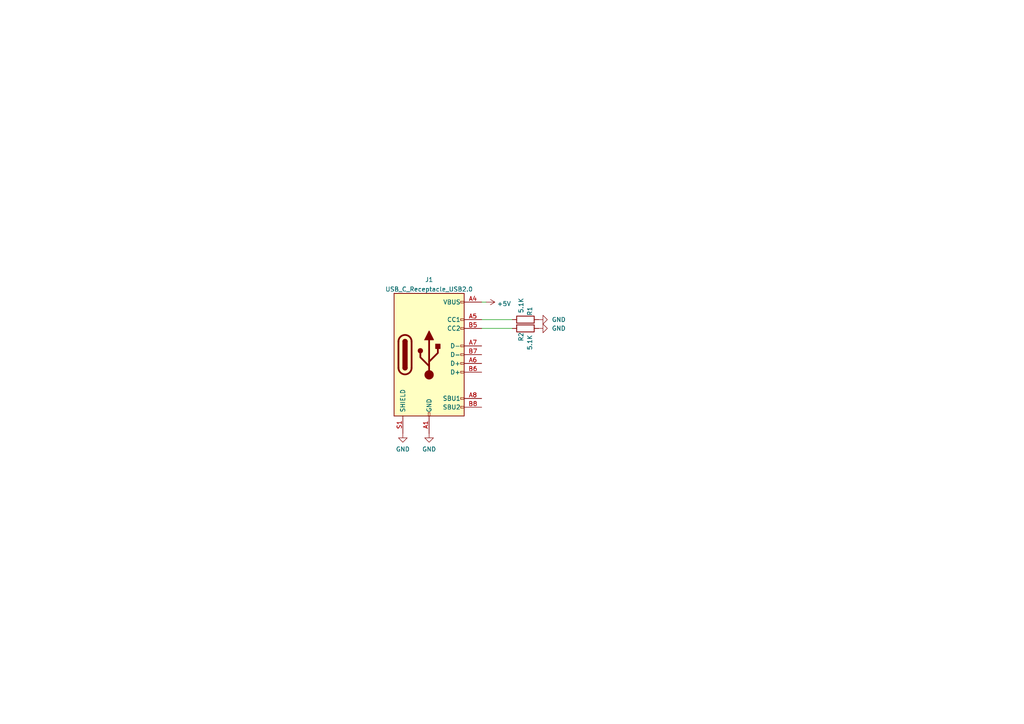
<source format=kicad_sch>
(kicad_sch (version 20230121) (generator eeschema)

  (uuid 96e7b040-272c-4c7c-bd53-25c106267db7)

  (paper "A4")

  (lib_symbols
    (symbol "Connector:USB_C_Receptacle_USB2.0" (pin_names (offset 1.016)) (in_bom yes) (on_board yes)
      (property "Reference" "J" (at -10.16 19.05 0)
        (effects (font (size 1.27 1.27)) (justify left))
      )
      (property "Value" "USB_C_Receptacle_USB2.0" (at 19.05 19.05 0)
        (effects (font (size 1.27 1.27)) (justify right))
      )
      (property "Footprint" "" (at 3.81 0 0)
        (effects (font (size 1.27 1.27)) hide)
      )
      (property "Datasheet" "https://www.usb.org/sites/default/files/documents/usb_type-c.zip" (at 3.81 0 0)
        (effects (font (size 1.27 1.27)) hide)
      )
      (property "ki_keywords" "usb universal serial bus type-C USB2.0" (at 0 0 0)
        (effects (font (size 1.27 1.27)) hide)
      )
      (property "ki_description" "USB 2.0-only Type-C Receptacle connector" (at 0 0 0)
        (effects (font (size 1.27 1.27)) hide)
      )
      (property "ki_fp_filters" "USB*C*Receptacle*" (at 0 0 0)
        (effects (font (size 1.27 1.27)) hide)
      )
      (symbol "USB_C_Receptacle_USB2.0_0_0"
        (rectangle (start -0.254 -17.78) (end 0.254 -16.764)
          (stroke (width 0) (type default))
          (fill (type none))
        )
        (rectangle (start 10.16 -14.986) (end 9.144 -15.494)
          (stroke (width 0) (type default))
          (fill (type none))
        )
        (rectangle (start 10.16 -12.446) (end 9.144 -12.954)
          (stroke (width 0) (type default))
          (fill (type none))
        )
        (rectangle (start 10.16 -4.826) (end 9.144 -5.334)
          (stroke (width 0) (type default))
          (fill (type none))
        )
        (rectangle (start 10.16 -2.286) (end 9.144 -2.794)
          (stroke (width 0) (type default))
          (fill (type none))
        )
        (rectangle (start 10.16 0.254) (end 9.144 -0.254)
          (stroke (width 0) (type default))
          (fill (type none))
        )
        (rectangle (start 10.16 2.794) (end 9.144 2.286)
          (stroke (width 0) (type default))
          (fill (type none))
        )
        (rectangle (start 10.16 7.874) (end 9.144 7.366)
          (stroke (width 0) (type default))
          (fill (type none))
        )
        (rectangle (start 10.16 10.414) (end 9.144 9.906)
          (stroke (width 0) (type default))
          (fill (type none))
        )
        (rectangle (start 10.16 15.494) (end 9.144 14.986)
          (stroke (width 0) (type default))
          (fill (type none))
        )
      )
      (symbol "USB_C_Receptacle_USB2.0_0_1"
        (rectangle (start -10.16 17.78) (end 10.16 -17.78)
          (stroke (width 0.254) (type default))
          (fill (type background))
        )
        (arc (start -8.89 -3.81) (mid -6.985 -5.7067) (end -5.08 -3.81)
          (stroke (width 0.508) (type default))
          (fill (type none))
        )
        (arc (start -7.62 -3.81) (mid -6.985 -4.4423) (end -6.35 -3.81)
          (stroke (width 0.254) (type default))
          (fill (type none))
        )
        (arc (start -7.62 -3.81) (mid -6.985 -4.4423) (end -6.35 -3.81)
          (stroke (width 0.254) (type default))
          (fill (type outline))
        )
        (rectangle (start -7.62 -3.81) (end -6.35 3.81)
          (stroke (width 0.254) (type default))
          (fill (type outline))
        )
        (arc (start -6.35 3.81) (mid -6.985 4.4423) (end -7.62 3.81)
          (stroke (width 0.254) (type default))
          (fill (type none))
        )
        (arc (start -6.35 3.81) (mid -6.985 4.4423) (end -7.62 3.81)
          (stroke (width 0.254) (type default))
          (fill (type outline))
        )
        (arc (start -5.08 3.81) (mid -6.985 5.7067) (end -8.89 3.81)
          (stroke (width 0.508) (type default))
          (fill (type none))
        )
        (circle (center -2.54 1.143) (radius 0.635)
          (stroke (width 0.254) (type default))
          (fill (type outline))
        )
        (circle (center 0 -5.842) (radius 1.27)
          (stroke (width 0) (type default))
          (fill (type outline))
        )
        (polyline
          (pts
            (xy -8.89 -3.81)
            (xy -8.89 3.81)
          )
          (stroke (width 0.508) (type default))
          (fill (type none))
        )
        (polyline
          (pts
            (xy -5.08 3.81)
            (xy -5.08 -3.81)
          )
          (stroke (width 0.508) (type default))
          (fill (type none))
        )
        (polyline
          (pts
            (xy 0 -5.842)
            (xy 0 4.318)
          )
          (stroke (width 0.508) (type default))
          (fill (type none))
        )
        (polyline
          (pts
            (xy 0 -3.302)
            (xy -2.54 -0.762)
            (xy -2.54 0.508)
          )
          (stroke (width 0.508) (type default))
          (fill (type none))
        )
        (polyline
          (pts
            (xy 0 -2.032)
            (xy 2.54 0.508)
            (xy 2.54 1.778)
          )
          (stroke (width 0.508) (type default))
          (fill (type none))
        )
        (polyline
          (pts
            (xy -1.27 4.318)
            (xy 0 6.858)
            (xy 1.27 4.318)
            (xy -1.27 4.318)
          )
          (stroke (width 0.254) (type default))
          (fill (type outline))
        )
        (rectangle (start 1.905 1.778) (end 3.175 3.048)
          (stroke (width 0.254) (type default))
          (fill (type outline))
        )
      )
      (symbol "USB_C_Receptacle_USB2.0_1_1"
        (pin passive line (at 0 -22.86 90) (length 5.08)
          (name "GND" (effects (font (size 1.27 1.27))))
          (number "A1" (effects (font (size 1.27 1.27))))
        )
        (pin passive line (at 0 -22.86 90) (length 5.08) hide
          (name "GND" (effects (font (size 1.27 1.27))))
          (number "A12" (effects (font (size 1.27 1.27))))
        )
        (pin passive line (at 15.24 15.24 180) (length 5.08)
          (name "VBUS" (effects (font (size 1.27 1.27))))
          (number "A4" (effects (font (size 1.27 1.27))))
        )
        (pin bidirectional line (at 15.24 10.16 180) (length 5.08)
          (name "CC1" (effects (font (size 1.27 1.27))))
          (number "A5" (effects (font (size 1.27 1.27))))
        )
        (pin bidirectional line (at 15.24 -2.54 180) (length 5.08)
          (name "D+" (effects (font (size 1.27 1.27))))
          (number "A6" (effects (font (size 1.27 1.27))))
        )
        (pin bidirectional line (at 15.24 2.54 180) (length 5.08)
          (name "D-" (effects (font (size 1.27 1.27))))
          (number "A7" (effects (font (size 1.27 1.27))))
        )
        (pin bidirectional line (at 15.24 -12.7 180) (length 5.08)
          (name "SBU1" (effects (font (size 1.27 1.27))))
          (number "A8" (effects (font (size 1.27 1.27))))
        )
        (pin passive line (at 15.24 15.24 180) (length 5.08) hide
          (name "VBUS" (effects (font (size 1.27 1.27))))
          (number "A9" (effects (font (size 1.27 1.27))))
        )
        (pin passive line (at 0 -22.86 90) (length 5.08) hide
          (name "GND" (effects (font (size 1.27 1.27))))
          (number "B1" (effects (font (size 1.27 1.27))))
        )
        (pin passive line (at 0 -22.86 90) (length 5.08) hide
          (name "GND" (effects (font (size 1.27 1.27))))
          (number "B12" (effects (font (size 1.27 1.27))))
        )
        (pin passive line (at 15.24 15.24 180) (length 5.08) hide
          (name "VBUS" (effects (font (size 1.27 1.27))))
          (number "B4" (effects (font (size 1.27 1.27))))
        )
        (pin bidirectional line (at 15.24 7.62 180) (length 5.08)
          (name "CC2" (effects (font (size 1.27 1.27))))
          (number "B5" (effects (font (size 1.27 1.27))))
        )
        (pin bidirectional line (at 15.24 -5.08 180) (length 5.08)
          (name "D+" (effects (font (size 1.27 1.27))))
          (number "B6" (effects (font (size 1.27 1.27))))
        )
        (pin bidirectional line (at 15.24 0 180) (length 5.08)
          (name "D-" (effects (font (size 1.27 1.27))))
          (number "B7" (effects (font (size 1.27 1.27))))
        )
        (pin bidirectional line (at 15.24 -15.24 180) (length 5.08)
          (name "SBU2" (effects (font (size 1.27 1.27))))
          (number "B8" (effects (font (size 1.27 1.27))))
        )
        (pin passive line (at 15.24 15.24 180) (length 5.08) hide
          (name "VBUS" (effects (font (size 1.27 1.27))))
          (number "B9" (effects (font (size 1.27 1.27))))
        )
        (pin passive line (at -7.62 -22.86 90) (length 5.08)
          (name "SHIELD" (effects (font (size 1.27 1.27))))
          (number "S1" (effects (font (size 1.27 1.27))))
        )
      )
    )
    (symbol "Device:R" (pin_numbers hide) (pin_names (offset 0)) (in_bom yes) (on_board yes)
      (property "Reference" "R" (at 2.032 0 90)
        (effects (font (size 1.27 1.27)))
      )
      (property "Value" "R" (at 0 0 90)
        (effects (font (size 1.27 1.27)))
      )
      (property "Footprint" "" (at -1.778 0 90)
        (effects (font (size 1.27 1.27)) hide)
      )
      (property "Datasheet" "~" (at 0 0 0)
        (effects (font (size 1.27 1.27)) hide)
      )
      (property "ki_keywords" "R res resistor" (at 0 0 0)
        (effects (font (size 1.27 1.27)) hide)
      )
      (property "ki_description" "Resistor" (at 0 0 0)
        (effects (font (size 1.27 1.27)) hide)
      )
      (property "ki_fp_filters" "R_*" (at 0 0 0)
        (effects (font (size 1.27 1.27)) hide)
      )
      (symbol "R_0_1"
        (rectangle (start -1.016 -2.54) (end 1.016 2.54)
          (stroke (width 0.254) (type default))
          (fill (type none))
        )
      )
      (symbol "R_1_1"
        (pin passive line (at 0 3.81 270) (length 1.27)
          (name "~" (effects (font (size 1.27 1.27))))
          (number "1" (effects (font (size 1.27 1.27))))
        )
        (pin passive line (at 0 -3.81 90) (length 1.27)
          (name "~" (effects (font (size 1.27 1.27))))
          (number "2" (effects (font (size 1.27 1.27))))
        )
      )
    )
    (symbol "power:+5V" (power) (pin_names (offset 0)) (in_bom yes) (on_board yes)
      (property "Reference" "#PWR" (at 0 -3.81 0)
        (effects (font (size 1.27 1.27)) hide)
      )
      (property "Value" "+5V" (at 0 3.556 0)
        (effects (font (size 1.27 1.27)))
      )
      (property "Footprint" "" (at 0 0 0)
        (effects (font (size 1.27 1.27)) hide)
      )
      (property "Datasheet" "" (at 0 0 0)
        (effects (font (size 1.27 1.27)) hide)
      )
      (property "ki_keywords" "power-flag" (at 0 0 0)
        (effects (font (size 1.27 1.27)) hide)
      )
      (property "ki_description" "Power symbol creates a global label with name \"+5V\"" (at 0 0 0)
        (effects (font (size 1.27 1.27)) hide)
      )
      (symbol "+5V_0_1"
        (polyline
          (pts
            (xy -0.762 1.27)
            (xy 0 2.54)
          )
          (stroke (width 0) (type default))
          (fill (type none))
        )
        (polyline
          (pts
            (xy 0 0)
            (xy 0 2.54)
          )
          (stroke (width 0) (type default))
          (fill (type none))
        )
        (polyline
          (pts
            (xy 0 2.54)
            (xy 0.762 1.27)
          )
          (stroke (width 0) (type default))
          (fill (type none))
        )
      )
      (symbol "+5V_1_1"
        (pin power_in line (at 0 0 90) (length 0) hide
          (name "+5V" (effects (font (size 1.27 1.27))))
          (number "1" (effects (font (size 1.27 1.27))))
        )
      )
    )
    (symbol "power:GND" (power) (pin_names (offset 0)) (in_bom yes) (on_board yes)
      (property "Reference" "#PWR" (at 0 -6.35 0)
        (effects (font (size 1.27 1.27)) hide)
      )
      (property "Value" "GND" (at 0 -3.81 0)
        (effects (font (size 1.27 1.27)))
      )
      (property "Footprint" "" (at 0 0 0)
        (effects (font (size 1.27 1.27)) hide)
      )
      (property "Datasheet" "" (at 0 0 0)
        (effects (font (size 1.27 1.27)) hide)
      )
      (property "ki_keywords" "power-flag" (at 0 0 0)
        (effects (font (size 1.27 1.27)) hide)
      )
      (property "ki_description" "Power symbol creates a global label with name \"GND\" , ground" (at 0 0 0)
        (effects (font (size 1.27 1.27)) hide)
      )
      (symbol "GND_0_1"
        (polyline
          (pts
            (xy 0 0)
            (xy 0 -1.27)
            (xy 1.27 -1.27)
            (xy 0 -2.54)
            (xy -1.27 -1.27)
            (xy 0 -1.27)
          )
          (stroke (width 0) (type default))
          (fill (type none))
        )
      )
      (symbol "GND_1_1"
        (pin power_in line (at 0 0 270) (length 0) hide
          (name "GND" (effects (font (size 1.27 1.27))))
          (number "1" (effects (font (size 1.27 1.27))))
        )
      )
    )
  )


  (wire (pts (xy 140.97 87.63) (xy 139.7 87.63))
    (stroke (width 0) (type default))
    (uuid b8aa0161-75f8-4e3b-9df0-3156050a4201)
  )
  (wire (pts (xy 148.59 95.25) (xy 139.7 95.25))
    (stroke (width 0) (type default))
    (uuid d8e1a10b-39b9-4576-83e0-a5d34aff2499)
  )
  (wire (pts (xy 148.59 92.71) (xy 139.7 92.71))
    (stroke (width 0) (type default))
    (uuid e61e4391-022f-4171-b552-6be5efa2359d)
  )

  (symbol (lib_id "Device:R") (at 152.4 95.25 90) (unit 1)
    (in_bom yes) (on_board yes) (dnp no)
    (uuid 2a7ed50e-7a3d-44f9-a833-afde09699660)
    (property "Reference" "R2" (at 151.13 99.06 0)
      (effects (font (size 1.27 1.27)) (justify left))
    )
    (property "Value" "5.1K" (at 153.67 101.6 0)
      (effects (font (size 1.27 1.27)) (justify left))
    )
    (property "Footprint" "Resistor_SMD:R_0402_1005Metric" (at 152.4 97.028 90)
      (effects (font (size 1.27 1.27)) hide)
    )
    (property "Datasheet" "~" (at 152.4 95.25 0)
      (effects (font (size 1.27 1.27)) hide)
    )
    (pin "1" (uuid ebd76730-dd8b-4cbb-a8e2-3e77a90b9320))
    (pin "2" (uuid ebc3ecd0-a3ed-4465-a6a8-1c8e50f4be8c))
    (instances
      (project "usb"
        (path "/96e7b040-272c-4c7c-bd53-25c106267db7"
          (reference "R2") (unit 1)
        )
      )
      (project "gbp"
        (path "/e63e39d7-6ac0-4ffd-8aa3-1841a4541b55"
          (reference "R3") (unit 1)
        )
      )
    )
  )

  (symbol (lib_id "power:+5V") (at 140.97 87.63 270) (unit 1)
    (in_bom yes) (on_board yes) (dnp no) (fields_autoplaced)
    (uuid 2a99f31e-5e03-4e1d-9d77-b6cee9b37214)
    (property "Reference" "#PWR03" (at 137.16 87.63 0)
      (effects (font (size 1.27 1.27)) hide)
    )
    (property "Value" "+5V" (at 144.145 88.109 90)
      (effects (font (size 1.27 1.27)) (justify left))
    )
    (property "Footprint" "" (at 140.97 87.63 0)
      (effects (font (size 1.27 1.27)) hide)
    )
    (property "Datasheet" "" (at 140.97 87.63 0)
      (effects (font (size 1.27 1.27)) hide)
    )
    (pin "1" (uuid d3840c0d-336f-4a5d-8ebb-f8fcb868b211))
    (instances
      (project "usb"
        (path "/96e7b040-272c-4c7c-bd53-25c106267db7"
          (reference "#PWR03") (unit 1)
        )
      )
      (project "gbp"
        (path "/e63e39d7-6ac0-4ffd-8aa3-1841a4541b55"
          (reference "#PWR0110") (unit 1)
        )
      )
    )
  )

  (symbol (lib_id "power:GND") (at 156.21 92.71 90) (unit 1)
    (in_bom yes) (on_board yes) (dnp no)
    (uuid 380a0c9f-a886-4128-8d93-f047c8bdfb70)
    (property "Reference" "#PWR04" (at 162.56 92.71 0)
      (effects (font (size 1.27 1.27)) hide)
    )
    (property "Value" "GND" (at 160.02 92.71 90)
      (effects (font (size 1.27 1.27)) (justify right))
    )
    (property "Footprint" "" (at 156.21 92.71 0)
      (effects (font (size 1.27 1.27)) hide)
    )
    (property "Datasheet" "" (at 156.21 92.71 0)
      (effects (font (size 1.27 1.27)) hide)
    )
    (pin "1" (uuid 76536a1a-8750-4e93-9d5f-7a0ce50a2c99))
    (instances
      (project "usb"
        (path "/96e7b040-272c-4c7c-bd53-25c106267db7"
          (reference "#PWR04") (unit 1)
        )
      )
      (project "gbp"
        (path "/e63e39d7-6ac0-4ffd-8aa3-1841a4541b55"
          (reference "#PWR0117") (unit 1)
        )
      )
    )
  )

  (symbol (lib_id "Connector:USB_C_Receptacle_USB2.0") (at 124.46 102.87 0) (unit 1)
    (in_bom yes) (on_board yes) (dnp no) (fields_autoplaced)
    (uuid 81a4145a-3e92-48cd-b5df-36977dc91253)
    (property "Reference" "J1" (at 124.46 81.1235 0)
      (effects (font (size 1.27 1.27)))
    )
    (property "Value" "USB_C_Receptacle_USB2.0" (at 124.46 83.8986 0)
      (effects (font (size 1.27 1.27)))
    )
    (property "Footprint" "USB-C-Power-tester:TYPE-C-31-M-17" (at 128.27 102.87 0)
      (effects (font (size 1.27 1.27)) hide)
    )
    (property "Datasheet" "https://www.usb.org/sites/default/files/documents/usb_type-c.zip" (at 128.27 102.87 0)
      (effects (font (size 1.27 1.27)) hide)
    )
    (pin "A1" (uuid 52480d7b-d577-4c71-88ea-05e36f6560e3))
    (pin "A12" (uuid 8236d01b-1871-41d7-9ae5-79a68bf3dbdc))
    (pin "A4" (uuid 20a98291-498d-4e07-97c4-6a641e0d8a07))
    (pin "A5" (uuid b6d0645b-4e40-49d4-91ec-c624e2851419))
    (pin "A6" (uuid 0cc280aa-175e-4ac5-9cf7-9d66292367a8))
    (pin "A7" (uuid ca9c92d3-0934-479c-811b-8b0daff0b1b1))
    (pin "A8" (uuid 4c55fdfb-96a7-4b7b-af5c-a09e0bdc94aa))
    (pin "A9" (uuid 06ed9426-78c8-4563-9771-ed8f0dae88fe))
    (pin "B1" (uuid 87626324-4380-40ea-8ded-ee03e9f16cad))
    (pin "B12" (uuid 31d57330-aba0-4f69-bf2f-aa6e6fdd0c16))
    (pin "B4" (uuid 260c83eb-54ce-4b9f-a16e-1086d2d30ed5))
    (pin "B5" (uuid 1709d0ee-a31b-43d6-96e2-9d8f4c28f7e4))
    (pin "B6" (uuid 3782eca2-3372-42a5-8aca-170a07eb2da3))
    (pin "B7" (uuid a7aa69ec-cd08-44c4-abd0-7aa5a169fe54))
    (pin "B8" (uuid 7acfaed2-4f14-46d6-ba21-42c55333f5c5))
    (pin "B9" (uuid e1ab9d51-5c57-45a1-9818-4e54d2699ba9))
    (pin "S1" (uuid cb3d957c-1709-4388-ab88-797e2b7bd4fc))
    (instances
      (project "usb"
        (path "/96e7b040-272c-4c7c-bd53-25c106267db7"
          (reference "J1") (unit 1)
        )
      )
      (project "gbp"
        (path "/e63e39d7-6ac0-4ffd-8aa3-1841a4541b55"
          (reference "J1") (unit 1)
        )
      )
    )
  )

  (symbol (lib_id "power:GND") (at 156.21 95.25 90) (unit 1)
    (in_bom yes) (on_board yes) (dnp no)
    (uuid a7079bfd-f488-4c4e-bb9c-b5e22a96ba5b)
    (property "Reference" "#PWR05" (at 162.56 95.25 0)
      (effects (font (size 1.27 1.27)) hide)
    )
    (property "Value" "GND" (at 160.02 95.25 90)
      (effects (font (size 1.27 1.27)) (justify right))
    )
    (property "Footprint" "" (at 156.21 95.25 0)
      (effects (font (size 1.27 1.27)) hide)
    )
    (property "Datasheet" "" (at 156.21 95.25 0)
      (effects (font (size 1.27 1.27)) hide)
    )
    (pin "1" (uuid 149ca47c-2b64-4c77-93c9-da77b91dcc85))
    (instances
      (project "usb"
        (path "/96e7b040-272c-4c7c-bd53-25c106267db7"
          (reference "#PWR05") (unit 1)
        )
      )
      (project "gbp"
        (path "/e63e39d7-6ac0-4ffd-8aa3-1841a4541b55"
          (reference "#PWR0118") (unit 1)
        )
      )
    )
  )

  (symbol (lib_id "power:GND") (at 124.46 125.73 0) (unit 1)
    (in_bom yes) (on_board yes) (dnp no) (fields_autoplaced)
    (uuid deedd8ed-acd4-4ba7-9a92-539c3efb22f6)
    (property "Reference" "#PWR02" (at 124.46 132.08 0)
      (effects (font (size 1.27 1.27)) hide)
    )
    (property "Value" "GND" (at 124.46 130.2925 0)
      (effects (font (size 1.27 1.27)))
    )
    (property "Footprint" "" (at 124.46 125.73 0)
      (effects (font (size 1.27 1.27)) hide)
    )
    (property "Datasheet" "" (at 124.46 125.73 0)
      (effects (font (size 1.27 1.27)) hide)
    )
    (pin "1" (uuid e7979640-1f60-4e5d-b282-8a0352a3dda6))
    (instances
      (project "usb"
        (path "/96e7b040-272c-4c7c-bd53-25c106267db7"
          (reference "#PWR02") (unit 1)
        )
      )
      (project "gbp"
        (path "/e63e39d7-6ac0-4ffd-8aa3-1841a4541b55"
          (reference "#PWR0114") (unit 1)
        )
      )
    )
  )

  (symbol (lib_id "power:GND") (at 116.84 125.73 0) (unit 1)
    (in_bom yes) (on_board yes) (dnp no) (fields_autoplaced)
    (uuid dfd86f03-1213-4fe8-baef-ae318b13a2b7)
    (property "Reference" "#PWR01" (at 116.84 132.08 0)
      (effects (font (size 1.27 1.27)) hide)
    )
    (property "Value" "GND" (at 116.84 130.2925 0)
      (effects (font (size 1.27 1.27)))
    )
    (property "Footprint" "" (at 116.84 125.73 0)
      (effects (font (size 1.27 1.27)) hide)
    )
    (property "Datasheet" "" (at 116.84 125.73 0)
      (effects (font (size 1.27 1.27)) hide)
    )
    (pin "1" (uuid fee30b66-742c-43c3-ae78-f9d412515e60))
    (instances
      (project "usb"
        (path "/96e7b040-272c-4c7c-bd53-25c106267db7"
          (reference "#PWR01") (unit 1)
        )
      )
      (project "gbp"
        (path "/e63e39d7-6ac0-4ffd-8aa3-1841a4541b55"
          (reference "#PWR0104") (unit 1)
        )
      )
    )
  )

  (symbol (lib_id "Device:R") (at 152.4 92.71 270) (unit 1)
    (in_bom yes) (on_board yes) (dnp no)
    (uuid f9822e47-013a-4177-8241-7307d0b7e255)
    (property "Reference" "R1" (at 153.67 88.9 0)
      (effects (font (size 1.27 1.27)) (justify left))
    )
    (property "Value" "5.1K" (at 151.13 86.36 0)
      (effects (font (size 1.27 1.27)) (justify left))
    )
    (property "Footprint" "Resistor_SMD:R_0402_1005Metric" (at 152.4 90.932 90)
      (effects (font (size 1.27 1.27)) hide)
    )
    (property "Datasheet" "~" (at 152.4 92.71 0)
      (effects (font (size 1.27 1.27)) hide)
    )
    (pin "1" (uuid 305f555c-114e-4211-8af8-7fdcb9177624))
    (pin "2" (uuid 36050006-6bb8-43ff-981f-b0195ee3e93e))
    (instances
      (project "usb"
        (path "/96e7b040-272c-4c7c-bd53-25c106267db7"
          (reference "R1") (unit 1)
        )
      )
      (project "gbp"
        (path "/e63e39d7-6ac0-4ffd-8aa3-1841a4541b55"
          (reference "R2") (unit 1)
        )
      )
    )
  )

  (sheet_instances
    (path "/" (page "1"))
  )
)

</source>
